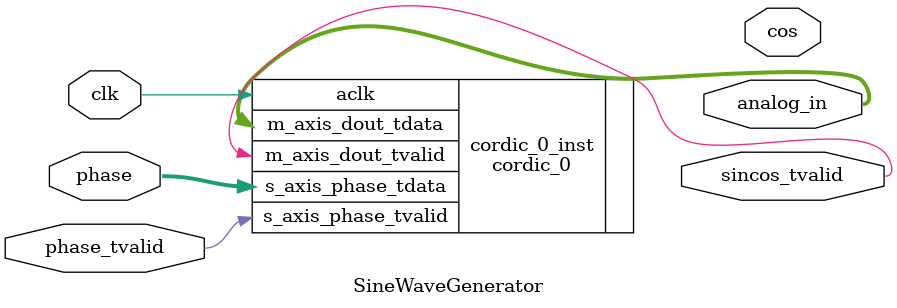
<source format=v>
module SineWaveGenerator(
     input clk,
     input [15:0] phase,
     input phase_tvalid,
     output [15:0] cos,
     output [15:0] analog_in,
     output sincos_tvalid);
     
     cordic_0 cordic_0_inst(
           .aclk(clk),
           .s_axis_phase_tvalid (phase_tvalid),
           .s_axis_phase_tdata (phase),
           .m_axis_dout_tvalid (sincos_tvalid),
           .m_axis_dout_tdata (analog_in));
           
  endmodule
</source>
